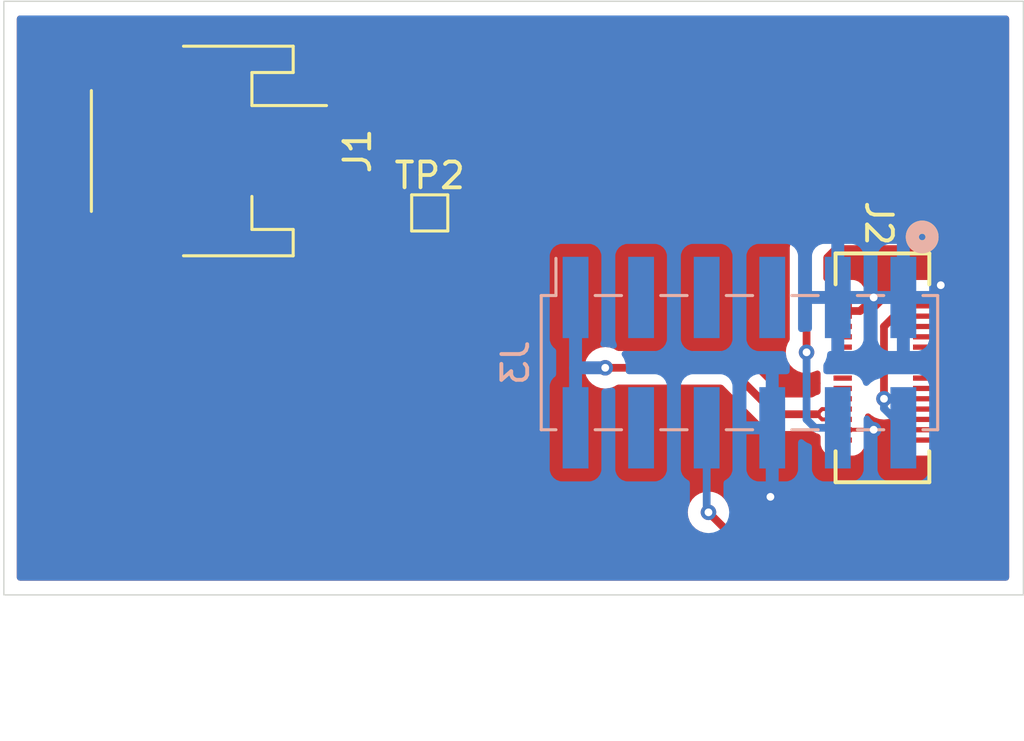
<source format=kicad_pcb>
(kicad_pcb (version 20240108) (generator "pcbnew") (generator_version "8.0")
  (layers (0 "F.Cu" signal) (31 "B.Cu" signal) (34 "B.Paste" user) (35 "F.Paste" user) (36 "B.SilkS" user "B.Silkscreen") (37 "F.SilkS" user "F.Silkscreen") (38 "B.Mask" user) (39 "F.Mask" user) (44 "Edge.Cuts" user))
  (net 0 "")
  (net 1 "/SPI_MISO")
  (net 10 "+3V3")
  (net 14 "/SPI_SCK")
  (net 21 "/LOAD")
  (net 28 "Net-(J1-+)")
  (net 29 "GND")
  (footprint "TestPoint:TestPoint_Pad_1.0x1.0mm" (layer "F.Cu") (at 135 90.2)
    (property "Reference" "TP2" (at 0 -1.448 0) (layer "F.SilkS"))
    (property "Value" "TestPoint")
    (fp_line (start -0.7 -0.7) (end 0.7 -0.7) (stroke (width 0.12)) (layer "F.SilkS"))
    (fp_line (start -0.7 0.7) (end -0.7 -0.7) (stroke (width 0.12)) (layer "F.SilkS"))
    (fp_line (start 0.7 -0.7) (end 0.7 0.7) (stroke (width 0.12)) (layer "F.SilkS"))
    (fp_line (start 0.7 0.7) (end -0.7 0.7) (stroke (width 0.12)) (layer "F.SilkS"))
    (pad "1" smd rect (at 0 0) (size 1 1) (layers "F.Cu" "F.Mask") (net 28 "Net-(J1-+)"))
  )
  (footprint "con-hirose-df40:CONN_DF40HC3.5-30DS-0.4V51_HIR" (layer "F.Cu") (at 152.539999 96.199999 -90)
    (property "Reference" "J2" (at -5.599999 0.139999 -90) (layer "F.SilkS"))
    (property "Value" "DF40HC3.5-30DS-0.4V51")
    (fp_circle (center -5.0673 -1.54) (end -4.6863 -1.54) (stroke (width 0.508)) (fill none) (layer "B.SilkS"))
    (fp_line (start 3.234339 1.816101) (end 4.4323 1.8161) (stroke (width 0.1524)) (layer "F.SilkS"))
    (fp_line (start -4.4323 1.8161) (end -3.234339 1.816101) (stroke (width 0.1524)) (layer "F.SilkS"))
    (fp_line (start 4.4323 1.8161) (end 4.4323 -1.8161) (stroke (width 0.1524)) (layer "F.SilkS"))
    (fp_line (start -4.4323 -1.8161) (end -4.4323 1.8161) (stroke (width 0.1524)) (layer "F.SilkS"))
    (fp_line (start 4.4323 -1.8161) (end 3.234339 -1.816101) (stroke (width 0.1524)) (layer "F.SilkS"))
    (fp_line (start -3.234339 -1.816101) (end -4.4323 -1.8161) (stroke (width 0.1524)) (layer "F.SilkS"))
    (fp_circle (center -5.0673 -1.54) (end -4.6863 -1.54) (stroke (width 0.508)) (fill none) (layer "F.SilkS"))
    (pad "1" smd rect (at -2.799999 -1.539999 270) (size 0.2032 0.7112) (layers "F.Cu" "F.Paste" "F.Mask") (net 29 "GND"))
    (pad "2" smd rect (at -2.799999 1.539999 270) (size 0.2032 0.7112) (layers "F.Cu" "F.Paste" "F.Mask"))
    (pad "3" smd rect (at -2.4 -1.539999 270) (size 0.2032 0.7112) (layers "F.Cu" "F.Paste" "F.Mask"))
    (pad "4" smd rect (at -2.4 1.539999 270) (size 0.2032 0.7112) (layers "F.Cu" "F.Paste" "F.Mask") (net 29 "GND"))
    (pad "5" smd rect (at -2.000001 -1.539999 270) (size 0.2032 0.7112) (layers "F.Cu" "F.Paste" "F.Mask") (net 14 "/SPI_SCK"))
    (pad "6" smd rect (at -2.000001 1.539999 270) (size 0.2032 0.7112) (layers "F.Cu" "F.Paste" "F.Mask") (net 29 "GND"))
    (pad "7" smd rect (at -1.599999 -1.539999 270) (size 0.2032 0.7112) (layers "F.Cu" "F.Paste" "F.Mask") (net 1 "/SPI_MISO"))
    (pad "8" smd rect (at -1.599999 1.539999 270) (size 0.2032 0.7112) (layers "F.Cu" "F.Paste" "F.Mask"))
    (pad "9" smd rect (at -1.2 -1.539999 270) (size 0.2032 0.7112) (layers "F.Cu" "F.Paste" "F.Mask") (net 21 "/LOAD"))
    (pad "10" smd rect (at -1.2 1.539999 270) (size 0.2032 0.7112) (layers "F.Cu" "F.Paste" "F.Mask"))
    (pad "11" smd rect (at -0.800001 -1.539999 270) (size 0.2032 0.7112) (layers "F.Cu" "F.Paste" "F.Mask"))
    (pad "12" smd rect (at -0.800001 1.539999 270) (size 0.2032 0.7112) (layers "F.Cu" "F.Paste" "F.Mask"))
    (pad "13" smd rect (at -0.399999 -1.539999 270) (size 0.2032 0.7112) (layers "F.Cu" "F.Paste" "F.Mask"))
    (pad "14" smd rect (at -0.399999 1.539999 270) (size 0.2032 0.7112) (layers "F.Cu" "F.Paste" "F.Mask"))
    (pad "15" smd rect (at 0 -1.539999 270) (size 0.2032 0.7112) (layers "F.Cu" "F.Paste" "F.Mask"))
    (pad "16" smd rect (at 0 1.539999 270) (size 0.2032 0.7112) (layers "F.Cu" "F.Paste" "F.Mask"))
    (pad "17" smd rect (at 0.399999 -1.539999 270) (size 0.2032 0.7112) (layers "F.Cu" "F.Paste" "F.Mask"))
    (pad "18" smd rect (at 0.399999 1.539999 270) (size 0.2032 0.7112) (layers "F.Cu" "F.Paste" "F.Mask"))
    (pad "19" smd rect (at 0.800001 -1.539999 270) (size 0.2032 0.7112) (layers "F.Cu" "F.Paste" "F.Mask"))
    (pad "20" smd rect (at 0.800001 1.539999 270) (size 0.2032 0.7112) (layers "F.Cu" "F.Paste" "F.Mask"))
    (pad "21" smd rect (at 1.2 -1.539999 270) (size 0.2032 0.7112) (layers "F.Cu" "F.Paste" "F.Mask"))
    (pad "22" smd rect (at 1.2 1.539999 270) (size 0.2032 0.7112) (layers "F.Cu" "F.Paste" "F.Mask"))
    (pad "23" smd rect (at 1.599999 -1.539999 270) (size 0.2032 0.7112) (layers "F.Cu" "F.Paste" "F.Mask"))
    (pad "24" smd rect (at 1.599999 1.539999 270) (size 0.2032 0.7112) (layers "F.Cu" "F.Paste" "F.Mask") (net 10 "+3V3"))
    (pad "25" smd rect (at 1.999999 -1.539999 270) (size 0.2032 0.7112) (layers "F.Cu" "F.Paste" "F.Mask"))
    (pad "26" smd rect (at 1.999999 1.539999 270) (size 0.2032 0.7112) (layers "F.Cu" "F.Paste" "F.Mask") (net 10 "+3V3"))
    (pad "27" smd rect (at 2.4 -1.539999 270) (size 0.2032 0.7112) (layers "F.Cu" "F.Paste" "F.Mask"))
    (pad "28" smd rect (at 2.4 1.539999 270) (size 0.2032 0.7112) (layers "F.Cu" "F.Paste" "F.Mask") (net 29 "GND"))
    (pad "29" smd rect (at 2.799999 -1.539999 270) (size 0.2032 0.7112) (layers "F.Cu" "F.Paste" "F.Mask"))
    (pad "30" smd rect (at 2.799999 1.539999 270) (size 0.2032 0.7112) (layers "F.Cu" "F.Paste" "F.Mask"))
  )
  (footprint "Connector_JST:JST_PH_S2B-PH-SM4-TB_1x02-1MP_P2.00mm_Horizontal" (layer "F.Cu") (at 126.4 87.8 -90)
    (property "Reference" "J1" (at 0 -5.8 90) (layer "F.SilkS"))
    (property "Value" "~")
    (fp_line (start -2.339999 4.51) (end 2.339999 4.51) (stroke (width 0.12)) (layer "F.SilkS"))
    (fp_line (start -4.06 0.94) (end -4.06 -3.31) (stroke (width 0.12)) (layer "F.SilkS"))
    (fp_line (start 4.06 0.94) (end 4.06 -3.31) (stroke (width 0.12)) (layer "F.SilkS"))
    (fp_line (start -3.04 -1.71) (end -1.76 -1.710001) (stroke (width 0.12)) (layer "F.SilkS"))
    (fp_line (start 3.04 -1.71) (end 1.76 -1.710001) (stroke (width 0.12)) (layer "F.SilkS"))
    (fp_line (start -1.76 -1.710001) (end -1.76 -4.6) (stroke (width 0.12)) (layer "F.SilkS"))
    (fp_line (start -4.06 -3.31) (end -3.04 -3.31) (stroke (width 0.12)) (layer "F.SilkS"))
    (fp_line (start -3.04 -3.31) (end -3.04 -1.71) (stroke (width 0.12)) (layer "F.SilkS"))
    (fp_line (start 3.04 -3.31) (end 3.04 -1.71) (stroke (width 0.12)) (layer "F.SilkS"))
    (fp_line (start 4.06 -3.31) (end 3.04 -3.31) (stroke (width 0.12)) (layer "F.SilkS"))
    (pad "1" smd roundrect (at -1 -2.85 270) (size 1 3.5) (layers "F.Cu" "F.Paste" "F.Mask") (net 29 "GND"))
    (pad "2" smd roundrect (at 1 -2.85 270) (size 1 3.5) (layers "F.Cu" "F.Paste" "F.Mask") (net 28 "Net-(J1-+)"))
    (pad "MP" smd roundrect (at -3.35 2.9 270) (size 1.5 3.4) (layers "F.Cu" "F.Paste" "F.Mask") (roundrect_rratio 0.166667))
    (pad "MP" smd roundrect (at 3.35 2.9 270) (size 1.5 3.4) (layers "F.Cu" "F.Paste" "F.Mask") (roundrect_rratio 0.166667))
  )
  (footprint "Connector_PinHeader_2.54mm:PinHeader_2x06_P2.54mm_Vertical_SMD" (layer "B.Cu") (at 147 96 -90)
    (property "Reference" "J3" (at 0 8.68 90) (layer "B.SilkS") (effects (justify mirror)))
    (property "Value" "Conn_02x06_Odd_Even")
    (fp_line (start 2.600001 7.68) (end -2.600001 7.68) (stroke (width 0.12)) (layer "B.SilkS"))
    (fp_line (start -2.6 7.11) (end -2.600001 7.68) (stroke (width 0.12)) (layer "B.SilkS"))
    (fp_line (start -2.6 7.11) (end -4.04 7.11) (stroke (width 0.12)) (layer "B.SilkS"))
    (fp_line (start 2.6 7.11) (end 2.600001 7.68) (stroke (width 0.12)) (layer "B.SilkS"))
    (fp_line (start -2.600001 4.57) (end -2.600001 5.59) (stroke (width 0.12)) (layer "B.SilkS"))
    (fp_line (start 2.600001 4.57) (end 2.600001 5.59) (stroke (width 0.12)) (layer "B.SilkS"))
    (fp_line (start -2.6 2.03) (end -2.6 3.05) (stroke (width 0.12)) (layer "B.SilkS"))
    (fp_line (start 2.6 2.03) (end 2.6 3.05) (stroke (width 0.12)) (layer "B.SilkS"))
    (fp_line (start -2.6 -0.51) (end -2.6 0.51) (stroke (width 0.12)) (layer "B.SilkS"))
    (fp_line (start 2.6 -0.51) (end 2.6 0.51) (stroke (width 0.12)) (layer "B.SilkS"))
    (fp_line (start -2.6 -3.05) (end -2.6 -2.03) (stroke (width 0.12)) (layer "B.SilkS"))
    (fp_line (start 2.6 -3.05) (end 2.6 -2.03) (stroke (width 0.12)) (layer "B.SilkS"))
    (fp_line (start -2.600001 -5.59) (end -2.600001 -4.57) (stroke (width 0.12)) (layer "B.SilkS"))
    (fp_line (start 2.600001 -5.59) (end 2.600001 -4.57) (stroke (width 0.12)) (layer "B.SilkS"))
    (fp_line (start -2.600001 -7.68) (end -2.6 -7.11) (stroke (width 0.12)) (layer "B.SilkS"))
    (fp_line (start 2.600001 -7.68) (end 2.6 -7.11) (stroke (width 0.12)) (layer "B.SilkS"))
    (fp_line (start 2.600001 -7.68) (end -2.600001 -7.68) (stroke (width 0.12)) (layer "B.SilkS"))
    (pad "1" smd rect (at -2.525001 6.35 270) (size 3.15 1) (layers "B.Cu" "B.Paste" "B.Mask") (net 10 "+3V3"))
    (pad "2" smd rect (at 2.525001 6.35 270) (size 3.15 1) (layers "B.Cu" "B.Paste" "B.Mask") (net 10 "+3V3"))
    (pad "3" smd rect (at -2.525 3.81 270) (size 3.15 1) (layers "B.Cu" "B.Paste" "B.Mask"))
    (pad "4" smd rect (at 2.525 3.81 270) (size 3.15 1) (layers "B.Cu" "B.Paste" "B.Mask"))
    (pad "5" smd rect (at -2.525 1.27 270) (size 3.15 1) (layers "B.Cu" "B.Paste" "B.Mask"))
    (pad "6" smd rect (at 2.525 1.27 270) (size 3.15 1) (layers "B.Cu" "B.Paste" "B.Mask") (net 21 "/LOAD"))
    (pad "7" smd rect (at -2.525 -1.27 270) (size 3.15 1) (layers "B.Cu" "B.Paste" "B.Mask"))
    (pad "8" smd rect (at 2.525 -1.27 270) (size 3.15 1) (layers "B.Cu" "B.Paste" "B.Mask") (net 29 "GND"))
    (pad "9" smd rect (at -2.525 -3.81 270) (size 3.15 1) (layers "B.Cu" "B.Paste" "B.Mask") (net 29 "GND"))
    (pad "10" smd rect (at 2.525 -3.81 270) (size 3.15 1) (layers "B.Cu" "B.Paste" "B.Mask") (net 1 "/SPI_MISO"))
    (pad "11" smd rect (at -2.525001 -6.35 270) (size 3.15 1) (layers "B.Cu" "B.Paste" "B.Mask") (net 29 "GND"))
    (pad "12" smd rect (at 2.525001 -6.35 270) (size 3.15 1) (layers "B.Cu" "B.Paste" "B.Mask") (net 14 "/SPI_SCK"))
  )
  (gr_rect (start 118.5 82) (end 158 105) (stroke (width 0.05)) (fill none) (layer "Edge.Cuts"))
  (segment (start 154.079998 94.6) (end 155.2 94.6) (width 0.15) (layer "F.Cu") (net 1))
  (segment (start 155.8 92) (end 154.6 90.8) (width 0.3) (layer "F.Cu") (net 1))
  (segment (start 150.4 90.8) (end 149.6 91.6) (width 0.3) (layer "F.Cu") (net 1))
  (segment (start 154.6 90.8) (end 150.4 90.8) (width 0.3) (layer "F.Cu") (net 1))
  (segment (start 149.6 91.6) (end 149.6 95.6) (width 0.3) (layer "F.Cu") (net 1))
  (segment (start 155.2 94.6) (end 155.8 94) (width 0.15) (layer "F.Cu") (net 1))
  (segment (start 155.8 94) (end 155.8 92) (width 0.3) (layer "F.Cu") (net 1))
  (via (at 149.6 95.6) (size 0.6) (drill 0.3) (layers "F.Cu" "B.Cu") (net 1))
  (segment (start 149.6 98.2) (end 149.6 95.6) (width 0.3) (layer "B.Cu") (net 1))
  (segment (start 149.925 98.525) (end 149.6 98.2) (width 0.3) (layer "B.Cu") (net 1))
  (segment (start 150.81 98.525) (end 149.925 98.525) (width 0.3) (layer "B.Cu") (net 1))
  (segment (start 150 98) (end 148.4 98) (width 0.3) (layer "F.Cu") (net 10))
  (segment (start 150.200002 97.799998) (end 151 97.799998) (width 0.15) (layer "F.Cu") (net 10))
  (segment (start 150.199998 98.199998) (end 150 98) (width 0.15) (layer "F.Cu") (net 10))
  (segment (start 146.6 96.2) (end 148.4 98) (width 0.3) (layer "F.Cu") (net 10))
  (segment (start 150 98) (end 150.200002 97.799998) (width 0.15) (layer "F.Cu") (net 10))
  (segment (start 151 98.199998) (end 150.199998 98.199998) (width 0.15) (layer "F.Cu") (net 10))
  (segment (start 141.8 96.2) (end 146.6 96.2) (width 0.3) (layer "F.Cu") (net 10))
  (via (at 141.8 96.2) (size 0.6) (drill 0.3) (layers "F.Cu" "B.Cu") (net 10))
  (segment (start 140.65 96.2) (end 140.65 98.525001) (width 0.5) (layer "B.Cu") (net 10))
  (segment (start 140.65 96.2) (end 141.8 96.2) (width 0.5) (layer "B.Cu") (net 10))
  (segment (start 140.65 93.474999) (end 140.65 96.2) (width 0.5) (layer "B.Cu") (net 10))
  (segment (start 154.079998 94.199998) (end 153.000002 94.199998) (width 0.15) (layer "F.Cu") (net 14))
  (segment (start 153.000002 94.199998) (end 152.6 94.6) (width 0.3) (layer "F.Cu") (net 14))
  (segment (start 152.6 94.6) (end 152.6 97.4) (width 0.3) (layer "F.Cu") (net 14))
  (via (at 152.6 97.4) (size 0.6) (drill 0.3) (layers "F.Cu" "B.Cu") (net 14))
  (segment (start 152.6 97.775001) (end 153.35 98.525001) (width 0.3) (layer "B.Cu") (net 14))
  (segment (start 152.6 97.4) (end 152.6 97.775001) (width 0.3) (layer "B.Cu") (net 14))
  (segment (start 146.4 102.4) (end 145.8 101.8) (width 0.3) (layer "F.Cu") (net 21))
  (segment (start 154.999999 94.999999) (end 155.8 95.8) (width 0.15) (layer "F.Cu") (net 21))
  (segment (start 155.8 101.8) (end 155.2 102.4) (width 0.3) (layer "F.Cu") (net 21))
  (segment (start 155.2 102.4) (end 146.4 102.4) (width 0.3) (layer "F.Cu") (net 21))
  (segment (start 155.8 95.8) (end 155.8 101.8) (width 0.3) (layer "F.Cu") (net 21))
  (segment (start 154.079998 94.999999) (end 154.999999 94.999999) (width 0.15) (layer "F.Cu") (net 21))
  (via (at 145.8 101.8) (size 0.6) (drill 0.3) (layers "F.Cu" "B.Cu") (net 21))
  (segment (start 145.73 101.73) (end 145.8 101.8) (width 0.3) (layer "B.Cu") (net 21))
  (segment (start 145.73 98.525) (end 145.73 101.73) (width 0.3) (layer "B.Cu") (net 21))
  (segment (start 129.25 88.8) (end 133.6 88.8) (width 0.5) (layer "F.Cu") (net 28))
  (segment (start 133.6 88.8) (end 135 90.2) (width 0.5) (layer "F.Cu") (net 28))
  (segment (start 151.675 94) (end 152.2 93.475) (width 0.3) (layer "F.Cu") (net 29))
  (segment (start 152.199999 98.599999) (end 152.2 98.6) (width 0.15) (layer "F.Cu") (net 29))
  (segment (start 151 98.599999) (end 152.199999 98.599999) (width 0.15) (layer "F.Cu") (net 29))
  (segment (start 154.4 93.4) (end 154.8 93) (width 0.15) (layer "F.Cu") (net 29))
  (segment (start 151 94) (end 151 94.199998) (width 0.15) (layer "F.Cu") (net 29))
  (segment (start 151 93.799999) (end 151 94) (width 0.15) (layer "F.Cu") (net 29))
  (segment (start 154.079998 93.4) (end 154.4 93.4) (width 0.15) (layer "F.Cu") (net 29))
  (segment (start 151 94) (end 151.675 94) (width 0.3) (layer "F.Cu") (net 29))
  (via (at 152.2 93.475) (size 0.6) (drill 0.3) (layers "F.Cu" "B.Cu") (net 29))
  (via (at 152.2 98.6) (size 0.6) (drill 0.3) (layers "F.Cu" "B.Cu") (net 29))
  (via (at 148.2 101.2) (size 0.6) (drill 0.3) (layers "F.Cu" "B.Cu") (net 29))
  (via (at 154.8 93) (size 0.6) (drill 0.3) (layers "F.Cu" "B.Cu") (net 29))
  (segment (start 153.349999 93.475) (end 153.35 93.474999) (width 0.5) (layer "B.Cu") (net 29))
  (segment (start 152.2 93.475) (end 153.349999 93.475) (width 0.5) (layer "B.Cu") (net 29))
  (segment (start 150.81 93.475) (end 152.2 93.475) (width 0.5) (layer "B.Cu") (net 29))
  (zone (net 29) (net_name "GND") (layer "F.Cu") (connect_pads (clearance 0.5)) (min_thickness 0.25) (fill yes (thermal_gap 0.5) (thermal_bridge_width 0.5))
    (polygon (pts (xy 118.4 82) (xy 158 82) (xy 158 105) (xy 118.4 105)))
  )
  (zone (net 29) (net_name "GND") (layer "B.Cu") (priority 1) (connect_pads (clearance 0.5)) (min_thickness 0.25) (fill yes (thermal_gap 0.5) (thermal_bridge_width 0.5))
    (polygon (pts (xy 118.4 82) (xy 158 82) (xy 158 105) (xy 118.4 105)))
  )
)
</source>
